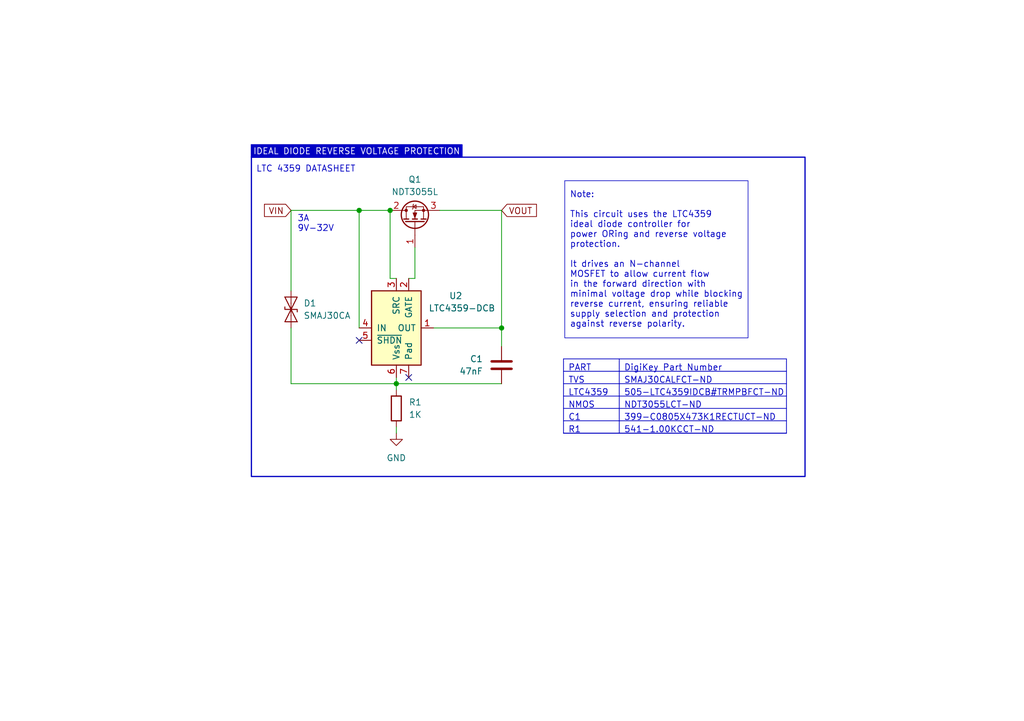
<source format=kicad_sch>
(kicad_sch (version 20250114) (generator "eeschema") (generator_version "9.0")
  (paper "A5")
  (title_block (title "IDEAL DIODE - LTC4359 ") (date "2025-10-17") (rev "1") (comment 1 "Designed by: CC") (comment 2 "CAD by: CC"))
  (lib_symbols
    (symbol "Device:C" (pin_numbers (hide yes)) (pin_names (offset 0.254))
      (property "Reference" "C" (at 0.635 2.54 0))
      (property "Value" "C" (at 0.635 -2.54 0))
      (symbol "C_0_1"
        (polyline (pts (xy -2.032 0.762) (xy 2.032 0.762)) (stroke (width 0.508)))
        (polyline (pts (xy -2.032 -0.762) (xy 2.032 -0.762)) (stroke (width 0.508)))
      )
      (symbol "C_1_1"
        (pin passive line (at 0 3.81 270) (length 2.794) (name "~") (number "1"))
        (pin passive line (at 0 -3.81 90) (length 2.794) (name "~") (number "2"))
      )
    )
    (symbol "Device:R" (pin_numbers (hide yes)) (pin_names (offset 0))
      (property "Reference" "R" (at 2.032 0 90))
      (property "Value" "R" (at 0 0 90))
      (symbol "R_0_1"
        (rectangle (start -1.016 -2.54) (end 1.016 2.54) (stroke (width 0.254)))
      )
      (symbol "R_1_1"
        (pin passive line (at 0 3.81 270) (length 1.27) (name "~") (number "1"))
        (pin passive line (at 0 -3.81 90) (length 1.27) (name "~") (number "2"))
      )
    )
    (symbol "Diode:SMAJ30CA" (pin_numbers (hide yes)) (pin_names (offset 1.016) (hide yes))
      (property "Reference" "D" (at 0 2.54 0))
      (property "Value" "SMAJ30CA" (at 0 -2.54 0))
      (symbol "SMAJ30CA_0_1"
        (polyline (pts (xy -2.54 -1.27) (xy 0 0) (xy -2.54 1.27) (xy -2.54 -1.27)) (stroke (width 0.2032)))
        (polyline (pts (xy 0.508 1.27) (xy 0 1.27) (xy 0 -1.27) (xy -0.508 -1.27)) (stroke (width 0.2032)))
        (polyline (pts (xy 1.27 0) (xy -1.27 0)))
        (polyline (pts (xy 2.54 1.27) (xy 2.54 -1.27) (xy 0 0) (xy 2.54 1.27)) (stroke (width 0.2032)))
      )
      (symbol "SMAJ30CA_1_1"
        (pin passive line (at -3.81 0 0) (length 2.54) (name "A1") (number "1"))
        (pin passive line (at 3.81 0 180) (length 2.54) (name "A2") (number "2"))
      )
    )
    (symbol "Power_Management:LTC4359-DCB" (pin_names (offset 1.016))
      (property "Reference" "U" (at -5.08 8.89 0))
      (property "Value" "LTC4359-DCB" (at 6.35 -6.35 0))
      (symbol "LTC4359-DCB_0_1"
        (rectangle (start -5.08 7.62) (end 5.08 -7.62) (stroke (width 0.254)) (fill (type background)))
      )
      (symbol "LTC4359-DCB_1_1"
        (pin power_in line (at -7.62 0 0) (length 2.54) (name "IN") (number "4"))
        (pin input line (at -7.62 -2.54 0) (length 2.54) (name "~{SHDN}") (number "5"))
        (pin input line (at 0 10.16 270) (length 2.54) (name "SRC") (number "3"))
        (pin power_in line (at 0 -10.16 90) (length 2.54) (name "Vss") (number "6"))
        (pin output line (at 2.54 10.16 270) (length 2.54) (name "GATE") (number "2"))
        (pin power_in line (at 2.54 -10.16 90) (length 2.54) (name "Pad") (number "7"))
        (pin input line (at 7.62 0 180) (length 2.54) (name "OUT") (number "1"))
      )
    )
    (symbol "Transistor_FET:NDT3055L" (pin_names (hide yes))
      (property "Reference" "Q" (at 5.08 1.905 0))
      (property "Value" "NDT3055L" (at 5.08 0 0))
      (symbol "NDT3055L_0_1"
        (polyline (pts (xy 0.254 1.905) (xy 0.254 -1.905)) (stroke (width 0.254)))
        (polyline (pts (xy 0.254 0) (xy -2.54 0)))
        (polyline (pts (xy 0.762 2.286) (xy 0.762 1.27)) (stroke (width 0.254)))
        (polyline (pts (xy 0.762 0.508) (xy 0.762 -0.508)) (stroke (width 0.254)))
        (polyline (pts (xy 0.762 -1.27) (xy 0.762 -2.286)) (stroke (width 0.254)))
        (polyline (pts (xy 0.762 -1.778) (xy 3.302 -1.778) (xy 3.302 1.778) (xy 0.762 1.778)))
        (polyline (pts (xy 1.016 0) (xy 2.032 0.381) (xy 2.032 -0.381) (xy 1.016 0)) (fill (type outline)))
        (circle (center 1.651 0) (radius 2.794) (stroke (width 0.254)))
        (polyline (pts (xy 2.54 2.54) (xy 2.54 1.778)))
        (circle (center 2.54 1.778) (radius 0.254) (fill (type outline)))
        (circle (center 2.54 -1.778) (radius 0.254) (fill (type outline)))
        (polyline (pts (xy 2.54 -2.54) (xy 2.54 0) (xy 0.762 0)))
        (polyline (pts (xy 2.794 0.508) (xy 2.921 0.381) (xy 3.683 0.381) (xy 3.81 0.254)))
        (polyline (pts (xy 3.302 0.381) (xy 2.921 -0.254) (xy 3.683 -0.254) (xy 3.302 0.381)))
      )
      (symbol "NDT3055L_1_1"
        (pin input line (at -5.08 0 0) (length 2.54) (name "G") (number "1"))
        (pin passive line (at 2.54 5.08 270) (length 2.54) (name "D") (number "2"))
        (pin passive line (at 2.54 -5.08 90) (length 2.54) (name "S") (number "3"))
      )
    )
    (symbol "power:GND" (power) (pin_numbers (hide yes)) (pin_names (offset 0) (hide yes))
      (property "Value" "GND" (at 0 -3.81 0))
      (symbol "GND_0_1"
        (polyline (pts (xy 0 0) (xy 0 -1.27) (xy 1.27 -1.27) (xy 0 -2.54) (xy -1.27 -1.27) (xy 0 -1.27)))
      )
      (symbol "GND_1_1"
        (pin power_in line (at 0 0 270) (length 0) (name "~") (number "1"))
      )
    )
  )
  (rectangle (start 51.562 29.718) (end 94.742 32.258) (stroke (width 0.254)) (fill (type color) (color 0 0 194 1)))
  (rectangle (start 51.562 32.258) (end 165.1 97.79) (stroke (width 0.254)))
  (rectangle (start 115.824 37.084) (end 153.416 69.342) (stroke (width 0.127)))
  (text "3A" (at 62.23 44.958 0) (effects (font (size 1.27 1.27))))
  (text "Note:\n\nThis circuit uses the LTC4359\nideal diode controller for \npower ORing and reverse voltage \nprotection.\n\nIt drives an N-channel \nMOSFET to allow current flow \nin the forward direction with \nminimal voltage drop while blocking \nreverse current, ensuring reliable \nsupply selection and protection \nagainst reverse polarity." (at 116.84 53.34 0) (effects (font (size 1.27 1.27)) (justify left)))
  (text "IDEAL DIODE REVERSE VOLTAGE PROTECTION" (at 73.152 31.242 0) (effects (font (size 1.27 1.27))))
  (text "LTC 4359 DATASHEET" (at 62.738 34.798 0) (effects (font (size 1.27 1.27))))
  (text "9V-32V\n" (at 64.77 46.99 0) (effects (font (size 1.27 1.27))))
  (junction (at 102.87 67.31))
  (junction (at 80.01 43.18))
  (junction (at 73.66 43.18))
  (junction (at 81.28 78.74))
  (no_connect (at 73.66 69.85))
  (no_connect (at 83.82 77.47))
  (wire (pts (xy 73.66 43.18) (xy 80.01 43.18)))
  (wire (pts (xy 80.01 43.18) (xy 80.01 57.15)))
  (wire (pts (xy 85.09 57.15) (xy 83.82 57.15)))
  (wire (pts (xy 102.87 43.18) (xy 90.17 43.18)))
  (wire (pts (xy 59.69 43.18) (xy 73.66 43.18)))
  (wire (pts (xy 59.69 67.31) (xy 59.69 78.74)))
  (wire (pts (xy 73.66 43.18) (xy 73.66 67.31)))
  (wire (pts (xy 85.09 50.8) (xy 85.09 57.15)))
  (wire (pts (xy 102.87 67.31) (xy 102.87 71.12)))
  (wire (pts (xy 81.28 88.9) (xy 81.28 87.63)))
  (wire (pts (xy 81.28 78.74) (xy 81.28 77.47)))
  (wire (pts (xy 59.69 78.74) (xy 81.28 78.74)))
  (wire (pts (xy 81.28 78.74) (xy 102.87 78.74)))
  (wire (pts (xy 88.9 67.31) (xy 102.87 67.31)))
  (wire (pts (xy 102.87 67.31) (xy 102.87 43.18)))
  (wire (pts (xy 59.69 59.69) (xy 59.69 43.18)))
  (wire (pts (xy 80.01 57.15) (xy 81.28 57.15)))
  (wire (pts (xy 81.28 80.01) (xy 81.28 78.74)))
  (table (column_count 2) (border (external yes) (header yes)) (separators (rows yes) (cols yes)) (column_widths 11.43 34.29) (row_heights 2.54 2.54 2.54 2.54 2.54 2.54 0) (cells (table_cell "PART" (at 115.57 73.66 0) (size 11.43 2.54) (margins 0.9525 0.9525 0.9525 0.9525) (span 1 1)) (table_cell "DigiKey Part Number" (at 127 73.66 0) (size 34.29 2.54) (margins 0.9525 0.9525 0.9525 0.9525) (span 1 1)) (table_cell "TVS" (at 115.57 76.2 0) (size 11.43 2.54) (margins 0.9525 0.9525 0.9525 0.9525) (span 1 1)) (table_cell "SMAJ30CALFCT-ND" (at 127 76.2 0) (size 34.29 2.54) (margins 0.9525 0.9525 0.9525 0.9525) (span 1 1)) (table_cell "LTC4359" (at 115.57 78.74 0) (size 11.43 2.54) (margins 0.9525 0.9525 0.9525 0.9525) (span 1 1)) (table_cell "505-LTC4359IDCB#TRMPBFCT-ND" (at 127 78.74 0) (size 34.29 2.54) (margins 0.9525 0.9525 0.9525 0.9525) (span 1 1)) (table_cell "NMOS" (at 115.57 81.28 0) (size 11.43 2.54) (margins 0.9525 0.9525 0.9525 0.9525) (span 1 1)) (table_cell "NDT3055LCT-ND" (at 127 81.28 0) (size 34.29 2.54) (margins 0.9525 0.9525 0.9525 0.9525) (span 1 1)) (table_cell "C1" (at 115.57 83.82 0) (size 11.43 2.54) (margins 0.9525 0.9525 0.9525 0.9525) (span 1 1)) (table_cell "399-C0805X473K1RECTUCT-ND" (at 127 83.82 0) (size 34.29 2.54) (margins 0.9525 0.9525 0.9525 0.9525) (span 1 1)) (table_cell "R1" (at 115.57 86.36 0) (size 11.43 2.54) (margins 0.9525 0.9525 0.9525 0.9525) (span 1 1)) (table_cell "541-1.00KCCT-ND" (at 127 86.36 0) (size 34.29 2.54) (margins 0.9525 0.9525 0.9525 0.9525) (span 1 1)) (table_cell "" (at 115.57 88.9 0) (size 11.43 0) (margins 0.9525 0.9525 0.9525 0.9525) (span 1 1)) (table_cell "" (at 127 88.9 0) (size 34.29 0) (margins 0.9525 0.9525 0.9525 0.9525) (span 1 1))))
  (global_label "VOUT" (shape input) (at 102.87 43.18 0) (property "Intersheetrefs" "${INTERSHEET_REFS}" (effects (hide yes))))
  (global_label "VIN" (shape input) (at 59.69 43.18 180) (property "Intersheetrefs" "${INTERSHEET_REFS}" (effects (hide yes))))
  (symbol (lib_id "power:GND") (at 81.28 88.9 0) (unit 1)
    (property "Reference" "#PWR01" (effects (hide yes)))
    (property "Value" "GND" (at 81.28 93.98 0))
    (property "Description" "Power symbol creates a global label with name \"GND\" , ground" (effects (hide yes)))
  )
  (symbol (lib_id "Transistor_FET:NDT3055L") (at 85.09 45.72 90) (unit 1)
    (property "Reference" "Q1" (at 85.09 36.83 90))
    (property "Value" "NDT3055L" (at 85.09 39.37 90))
    (property "Footprint" "Package_TO_SOT_SMD:SOT-223-3_TabPin2" (effects (hide yes)))
    (property "Datasheet" "https://www.onsemi.com/pdf/datasheet/ndt3055l-d.pdf" (effects (hide yes)))
    (property "Description" "4A Id, 60V Vds, N-Channel Logic Level Enhancement Mode MOSFET, SOT-223" (effects (hide yes)))
  )
  (symbol (lib_id "Diode:SMAJ30CA") (at 59.69 63.5 90) (unit 1)
    (property "Reference" "D1" (at 62.23 62.2299 90) (effects (justify right)))
    (property "Value" "SMAJ30CA" (at 62.23 64.7699 90) (effects (justify right)))
    (property "Footprint" "Diode_SMD:D_SMA" (effects (hide yes)))
    (property "Datasheet" "https://www.littelfuse.com/media?resourcetype=datasheets&itemid=75e32973-b177-4ee3-a0ff-cedaf1abdb93&filename=smaj-datasheet" (effects (hide yes)))
    (property "Description" "400W bidirectional Transient Voltage Suppressor, 30.0Vr, SMA(DO-214AC)" (effects (hide yes)))
    (property "JLCPCB Part #" "C908828" (effects (hide yes)))
  )
  (symbol (lib_id "Power_Management:LTC4359-DCB") (at 81.28 67.31 0) (unit 1)
    (property "Reference" "U2" (at 93.472 60.706 0))
    (property "Value" "LTC4359-DCB" (at 94.742 63.246 0))
    (property "Footprint" "Package_DFN_QFN:DFN-6-1EP_3x2mm_P0.5mm_EP1.65x1.35mm" (effects (hide yes)))
    (property "Datasheet" "https://www.analog.com/media/en/technical-documentation/data-sheets/ltc4359.pdf" (effects (hide yes)))
    (property "Description" "Ideal diode controller with reverse input protection, DFN-6" (effects (hide yes)))
  )
  (symbol (lib_id "Device:R") (at 81.28 83.82 0) (unit 1)
    (property "Reference" "R1" (at 83.82 82.5499 0) (effects (justify left)))
    (property "Value" "1K" (at 83.82 85.0899 0) (effects (justify left)))
    (property "Footprint" "Resistor_SMD:R_0805_2012Metric" (effects (hide yes)))
    (property "Description" "Resistor" (effects (hide yes)))
  )
  (symbol (lib_id "Device:C") (at 102.87 74.93 0) (mirror y) (unit 1)
    (property "Reference" "C1" (at 99.06 73.6599 0) (effects (justify left)))
    (property "Value" "47nF" (at 99.06 76.1999 0) (effects (justify left)))
    (property "Footprint" "Capacitor_SMD:C_0805_2012Metric" (effects (hide yes)))
    (property "Description" "Unpolarized capacitor" (effects (hide yes)))
  )
)
</source>
